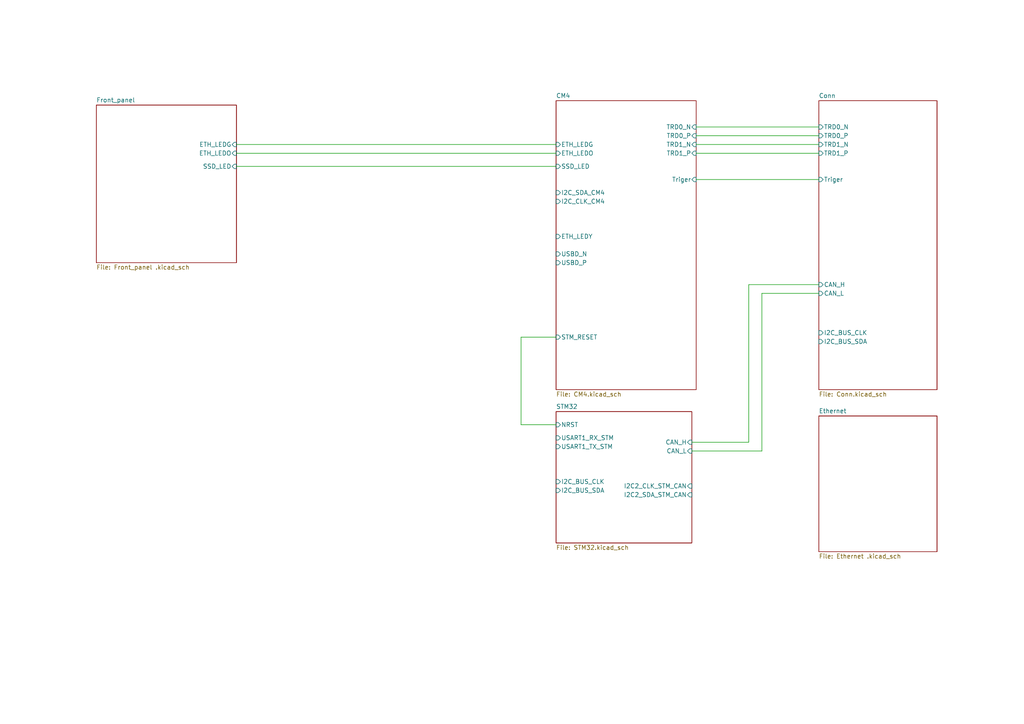
<source format=kicad_sch>
(kicad_sch
	(version 20250114)
	(generator "eeschema")
	(generator_version "9.0")
	(uuid "b6a2ab1c-6000-4ee5-8a59-5a2d20d16b67")
	(paper "A4")
	(lib_symbols)
	(wire
		(pts
			(xy 201.93 36.83) (xy 237.49 36.83)
		)
		(stroke
			(width 0)
			(type default)
		)
		(uuid "19ff711d-9102-4706-8f1a-5cc613743a9c")
	)
	(wire
		(pts
			(xy 151.13 123.19) (xy 151.13 97.79)
		)
		(stroke
			(width 0)
			(type default)
		)
		(uuid "1ba74418-60a4-4fb4-a630-3006f98ca072")
	)
	(wire
		(pts
			(xy 237.49 85.09) (xy 220.98 85.09)
		)
		(stroke
			(width 0)
			(type default)
		)
		(uuid "1dcf1291-98b6-4afb-a245-65e12ec55fa6")
	)
	(wire
		(pts
			(xy 201.93 52.07) (xy 237.49 52.07)
		)
		(stroke
			(width 0)
			(type default)
		)
		(uuid "23156efd-d8d5-4d00-8429-2b899ef29029")
	)
	(wire
		(pts
			(xy 68.58 44.45) (xy 161.29 44.45)
		)
		(stroke
			(width 0)
			(type default)
		)
		(uuid "3b969eaa-185d-4465-9a66-06f8cec2c600")
	)
	(wire
		(pts
			(xy 151.13 97.79) (xy 161.29 97.79)
		)
		(stroke
			(width 0)
			(type default)
		)
		(uuid "3f6994f8-ad74-4251-895d-777769c4dcd4")
	)
	(wire
		(pts
			(xy 220.98 130.81) (xy 200.66 130.81)
		)
		(stroke
			(width 0)
			(type default)
		)
		(uuid "695c5f76-4ff9-4cec-a4be-ea6ea2e65698")
	)
	(wire
		(pts
			(xy 161.29 123.19) (xy 151.13 123.19)
		)
		(stroke
			(width 0)
			(type default)
		)
		(uuid "7ee64d46-87da-4200-9278-79117f9bac1a")
	)
	(wire
		(pts
			(xy 201.93 41.91) (xy 237.49 41.91)
		)
		(stroke
			(width 0)
			(type default)
		)
		(uuid "833a6e56-cfbb-444e-ad3c-ef07aa3412f7")
	)
	(wire
		(pts
			(xy 68.58 41.91) (xy 161.29 41.91)
		)
		(stroke
			(width 0)
			(type default)
		)
		(uuid "a15e1a5e-0158-416c-93b9-49c7ea11a569")
	)
	(wire
		(pts
			(xy 220.98 85.09) (xy 220.98 130.81)
		)
		(stroke
			(width 0)
			(type default)
		)
		(uuid "a8c3108a-cbef-4fdd-b1b6-24f99cbdf9c7")
	)
	(wire
		(pts
			(xy 201.93 39.37) (xy 237.49 39.37)
		)
		(stroke
			(width 0)
			(type default)
		)
		(uuid "b9d87b6d-f517-4d81-8553-4e4cb083c848")
	)
	(wire
		(pts
			(xy 68.58 48.26) (xy 161.29 48.26)
		)
		(stroke
			(width 0)
			(type default)
		)
		(uuid "bc21e34f-6148-4552-944a-d525cb30fed5")
	)
	(wire
		(pts
			(xy 201.93 44.45) (xy 237.49 44.45)
		)
		(stroke
			(width 0)
			(type default)
		)
		(uuid "c4681ea8-07a2-4c88-879e-461031392934")
	)
	(wire
		(pts
			(xy 217.17 128.27) (xy 217.17 82.55)
		)
		(stroke
			(width 0)
			(type default)
		)
		(uuid "dc539f51-51c5-46b5-9576-1053f740f25d")
	)
	(wire
		(pts
			(xy 200.66 128.27) (xy 217.17 128.27)
		)
		(stroke
			(width 0)
			(type default)
		)
		(uuid "f7d8ba38-d8e8-4f75-ab3b-b014ad1d001d")
	)
	(wire
		(pts
			(xy 217.17 82.55) (xy 237.49 82.55)
		)
		(stroke
			(width 0)
			(type default)
		)
		(uuid "fcd9f93a-992d-429d-bd0c-1c3e722227cd")
	)
	(sheet
		(at 161.29 29.21)
		(size 40.64 83.82)
		(exclude_from_sim no)
		(in_bom yes)
		(on_board yes)
		(dnp no)
		(fields_autoplaced yes)
		(stroke
			(width 0.1524)
			(type solid)
		)
		(fill
			(color 0 0 0 0.0000)
		)
		(uuid "0b5a4b1c-82b5-4954-bec5-351fee8ad66d")
		(property "Sheetname" "CM4"
			(at 161.29 28.4984 0)
			(effects
				(font
					(size 1.27 1.27)
				)
				(justify left bottom)
			)
		)
		(property "Sheetfile" "CM4.kicad_sch"
			(at 161.29 113.6146 0)
			(effects
				(font
					(size 1.27 1.27)
				)
				(justify left top)
			)
		)
		(pin "I2C_CLK_CM4" input
			(at 161.29 58.42 180)
			(uuid "147bed49-6a8d-4210-8476-45dc6f11a32b")
			(effects
				(font
					(size 1.27 1.27)
				)
				(justify left)
			)
		)
		(pin "I2C_SDA_CM4" input
			(at 161.29 55.88 180)
			(uuid "7f0ee4bb-edb4-462d-af7c-784101e54f11")
			(effects
				(font
					(size 1.27 1.27)
				)
				(justify left)
			)
		)
		(pin "STM_RESET" input
			(at 161.29 97.79 180)
			(uuid "e9d65331-d1eb-4849-9d2c-029f997c3d12")
			(effects
				(font
					(size 1.27 1.27)
				)
				(justify left)
			)
		)
		(pin "Triger" input
			(at 201.93 52.07 0)
			(uuid "6a7a6092-f6c4-4d6e-9e37-8d5d42b88dae")
			(effects
				(font
					(size 1.27 1.27)
				)
				(justify right)
			)
		)
		(pin "ETH_LEDG" input
			(at 161.29 41.91 180)
			(uuid "3a373c87-7bda-40bf-b2e2-dcbbf89e5b26")
			(effects
				(font
					(size 1.27 1.27)
				)
				(justify left)
			)
		)
		(pin "ETH_LEDO" input
			(at 161.29 44.45 180)
			(uuid "1e04586c-613d-4b9b-aaaf-9135e3e474a7")
			(effects
				(font
					(size 1.27 1.27)
				)
				(justify left)
			)
		)
		(pin "TRD0_N" input
			(at 201.93 36.83 0)
			(uuid "c8ae12ea-1856-4400-a844-62b2ce89a229")
			(effects
				(font
					(size 1.27 1.27)
				)
				(justify right)
			)
		)
		(pin "TRD0_P" input
			(at 201.93 39.37 0)
			(uuid "965002ca-2d7d-46a5-bf7a-4c29b3541221")
			(effects
				(font
					(size 1.27 1.27)
				)
				(justify right)
			)
		)
		(pin "TRD1_N" input
			(at 201.93 41.91 0)
			(uuid "a8a1c15a-811a-4a1a-9e9a-f4fe77613e38")
			(effects
				(font
					(size 1.27 1.27)
				)
				(justify right)
			)
		)
		(pin "TRD1_P" input
			(at 201.93 44.45 0)
			(uuid "c56d5b08-67cc-4f30-8763-a1c49c5b2e58")
			(effects
				(font
					(size 1.27 1.27)
				)
				(justify right)
			)
		)
		(pin "ETH_LEDY" input
			(at 161.29 68.58 180)
			(uuid "a0e1603e-3f63-4066-a538-4e04ee2915f0")
			(effects
				(font
					(size 1.27 1.27)
				)
				(justify left)
			)
		)
		(pin "SSD_LED" input
			(at 161.29 48.26 180)
			(uuid "26ff1719-41f5-4cc6-bedf-79f7a40e2535")
			(effects
				(font
					(size 1.27 1.27)
				)
				(justify left)
			)
		)
		(pin "USBD_N" input
			(at 161.29 73.66 180)
			(uuid "53ef462c-c58f-4db2-8e98-1b101159f509")
			(effects
				(font
					(size 1.27 1.27)
				)
				(justify left)
			)
		)
		(pin "USBD_P" input
			(at 161.29 76.2 180)
			(uuid "b76f4b18-e82b-48ab-8b9d-2c0daa1a8a89")
			(effects
				(font
					(size 1.27 1.27)
				)
				(justify left)
			)
		)
		(instances
			(project "MTS_CPU_BOARD"
				(path "/b6a2ab1c-6000-4ee5-8a59-5a2d20d16b67"
					(page "4")
				)
			)
		)
	)
	(sheet
		(at 27.94 30.48)
		(size 40.64 45.72)
		(exclude_from_sim no)
		(in_bom yes)
		(on_board yes)
		(dnp no)
		(fields_autoplaced yes)
		(stroke
			(width 0.1524)
			(type solid)
		)
		(fill
			(color 0 0 0 0.0000)
		)
		(uuid "117a589e-2a62-4474-bb18-b2546abf79ce")
		(property "Sheetname" "Front_panel"
			(at 27.94 29.7684 0)
			(effects
				(font
					(size 1.27 1.27)
				)
				(justify left bottom)
			)
		)
		(property "Sheetfile" "Front_panel .kicad_sch"
			(at 27.94 76.7846 0)
			(effects
				(font
					(size 1.27 1.27)
				)
				(justify left top)
			)
		)
		(pin "ETH_LEDG" input
			(at 68.58 41.91 0)
			(uuid "819e3ba5-b69a-4bd7-8758-1322c5f50b44")
			(effects
				(font
					(size 1.27 1.27)
				)
				(justify right)
			)
		)
		(pin "ETH_LEDO" input
			(at 68.58 44.45 0)
			(uuid "9dbae365-e5e3-40de-ba1f-0a5a58437605")
			(effects
				(font
					(size 1.27 1.27)
				)
				(justify right)
			)
		)
		(pin "SSD_LED" input
			(at 68.58 48.26 0)
			(uuid "4f8a1269-3381-4289-9f32-a8fadc1c4ca1")
			(effects
				(font
					(size 1.27 1.27)
				)
				(justify right)
			)
		)
		(instances
			(project "MTS_CPU_BOARD"
				(path "/b6a2ab1c-6000-4ee5-8a59-5a2d20d16b67"
					(page "6")
				)
			)
		)
	)
	(sheet
		(at 237.49 29.21)
		(size 34.29 83.82)
		(exclude_from_sim no)
		(in_bom yes)
		(on_board yes)
		(dnp no)
		(fields_autoplaced yes)
		(stroke
			(width 0.1524)
			(type solid)
		)
		(fill
			(color 0 0 0 0.0000)
		)
		(uuid "310ab177-ef8f-4bf2-b401-3bc595227d72")
		(property "Sheetname" "Conn"
			(at 237.49 28.4984 0)
			(effects
				(font
					(size 1.27 1.27)
				)
				(justify left bottom)
			)
		)
		(property "Sheetfile" "Conn.kicad_sch"
			(at 237.49 113.6146 0)
			(effects
				(font
					(size 1.27 1.27)
				)
				(justify left top)
			)
		)
		(pin "CAN_H" input
			(at 237.49 82.55 180)
			(uuid "a7c0ba72-2e2d-491a-addf-1e2cb714f498")
			(effects
				(font
					(size 1.27 1.27)
				)
				(justify left)
			)
		)
		(pin "CAN_L" input
			(at 237.49 85.09 180)
			(uuid "3ee5010b-4a0a-4cfe-b7a6-4496b4d1c166")
			(effects
				(font
					(size 1.27 1.27)
				)
				(justify left)
			)
		)
		(pin "I2C_BUS_CLK" input
			(at 237.49 96.52 180)
			(uuid "1032b930-d957-4549-adca-4d988a065524")
			(effects
				(font
					(size 1.27 1.27)
				)
				(justify left)
			)
		)
		(pin "I2C_BUS_SDA" input
			(at 237.49 99.06 180)
			(uuid "cf185eb7-b3c1-45cc-b813-b6ee30288449")
			(effects
				(font
					(size 1.27 1.27)
				)
				(justify left)
			)
		)
		(pin "Triger" input
			(at 237.49 52.07 180)
			(uuid "c10b899b-1398-4dea-8884-d682b65feb25")
			(effects
				(font
					(size 1.27 1.27)
				)
				(justify left)
			)
		)
		(pin "TRD0_N" input
			(at 237.49 36.83 180)
			(uuid "0fa64001-a869-4cdd-aa8a-4adba1d660ff")
			(effects
				(font
					(size 1.27 1.27)
				)
				(justify left)
			)
		)
		(pin "TRD0_P" input
			(at 237.49 39.37 180)
			(uuid "97cec443-976b-4398-8309-9a214fb6e943")
			(effects
				(font
					(size 1.27 1.27)
				)
				(justify left)
			)
		)
		(pin "TRD1_N" input
			(at 237.49 41.91 180)
			(uuid "96856836-bc49-4055-afd8-abec55e15231")
			(effects
				(font
					(size 1.27 1.27)
				)
				(justify left)
			)
		)
		(pin "TRD1_P" input
			(at 237.49 44.45 180)
			(uuid "78513ddc-96cc-48c4-9677-84e1b1ae6149")
			(effects
				(font
					(size 1.27 1.27)
				)
				(justify left)
			)
		)
		(instances
			(project "MTS_CPU_BOARD"
				(path "/b6a2ab1c-6000-4ee5-8a59-5a2d20d16b67"
					(page "2")
				)
			)
		)
	)
	(sheet
		(at 161.29 119.38)
		(size 39.37 38.1)
		(exclude_from_sim no)
		(in_bom yes)
		(on_board yes)
		(dnp no)
		(fields_autoplaced yes)
		(stroke
			(width 0.1524)
			(type solid)
		)
		(fill
			(color 0 0 0 0.0000)
		)
		(uuid "8057d09c-7ef1-4519-9142-f7ff11592643")
		(property "Sheetname" "STM32"
			(at 161.29 118.6684 0)
			(effects
				(font
					(size 1.27 1.27)
				)
				(justify left bottom)
			)
		)
		(property "Sheetfile" "STM32.kicad_sch"
			(at 161.29 158.0646 0)
			(effects
				(font
					(size 1.27 1.27)
				)
				(justify left top)
			)
		)
		(pin "CAN_H" input
			(at 200.66 128.27 0)
			(uuid "c6f60136-818a-49ed-bbed-c0f66fbe3c07")
			(effects
				(font
					(size 1.27 1.27)
				)
				(justify right)
			)
		)
		(pin "CAN_L" input
			(at 200.66 130.81 0)
			(uuid "83bec48a-5a63-4880-b017-30b5c986845b")
			(effects
				(font
					(size 1.27 1.27)
				)
				(justify right)
			)
		)
		(pin "I2C2_CLK_STM_CAN" input
			(at 200.66 140.97 0)
			(uuid "76b342cc-dc09-479f-957b-1ad660a4ce7c")
			(effects
				(font
					(size 1.27 1.27)
				)
				(justify right)
			)
		)
		(pin "I2C2_SDA_STM_CAN" input
			(at 200.66 143.51 0)
			(uuid "1e30f62a-264b-4cc6-aaf6-0ef0d07c1ab7")
			(effects
				(font
					(size 1.27 1.27)
				)
				(justify right)
			)
		)
		(pin "I2C_BUS_CLK" input
			(at 161.29 139.7 180)
			(uuid "9d8b6caf-f4a5-4683-9e95-a2236926a101")
			(effects
				(font
					(size 1.27 1.27)
				)
				(justify left)
			)
		)
		(pin "I2C_BUS_SDA" input
			(at 161.29 142.24 180)
			(uuid "dc4938a4-5cc4-4a91-9895-413ffaeda456")
			(effects
				(font
					(size 1.27 1.27)
				)
				(justify left)
			)
		)
		(pin "USART1_RX_STM" input
			(at 161.29 127 180)
			(uuid "a597f72c-8ea8-43a6-bd26-4197a9b0d00b")
			(effects
				(font
					(size 1.27 1.27)
				)
				(justify left)
			)
		)
		(pin "USART1_TX_STM" input
			(at 161.29 129.54 180)
			(uuid "074677a3-49c4-4832-9691-2bf1e9511a05")
			(effects
				(font
					(size 1.27 1.27)
				)
				(justify left)
			)
		)
		(pin "NRST" input
			(at 161.29 123.19 180)
			(uuid "fc2cc958-4d9b-4f27-ac86-5e7c6604ddc6")
			(effects
				(font
					(size 1.27 1.27)
				)
				(justify left)
			)
		)
		(instances
			(project "MTS_CPU_BOARD"
				(path "/b6a2ab1c-6000-4ee5-8a59-5a2d20d16b67"
					(page "3")
				)
			)
		)
	)
	(sheet
		(at 237.49 120.65)
		(size 34.29 39.37)
		(exclude_from_sim no)
		(in_bom yes)
		(on_board yes)
		(dnp no)
		(fields_autoplaced yes)
		(stroke
			(width 0.1524)
			(type solid)
		)
		(fill
			(color 0 0 0 0.0000)
		)
		(uuid "92fed25c-0f91-47ab-bd0f-a6b693a88f8c")
		(property "Sheetname" "Ethernet"
			(at 237.49 119.9384 0)
			(effects
				(font
					(size 1.27 1.27)
				)
				(justify left bottom)
			)
		)
		(property "Sheetfile" "Ethernet .kicad_sch"
			(at 237.49 160.6046 0)
			(effects
				(font
					(size 1.27 1.27)
				)
				(justify left top)
			)
		)
		(instances
			(project "MTS_CPU_BOARD"
				(path "/b6a2ab1c-6000-4ee5-8a59-5a2d20d16b67"
					(page "5")
				)
			)
		)
	)
	(sheet_instances
		(path "/"
			(page "1")
		)
	)
	(embedded_fonts no)
)

</source>
